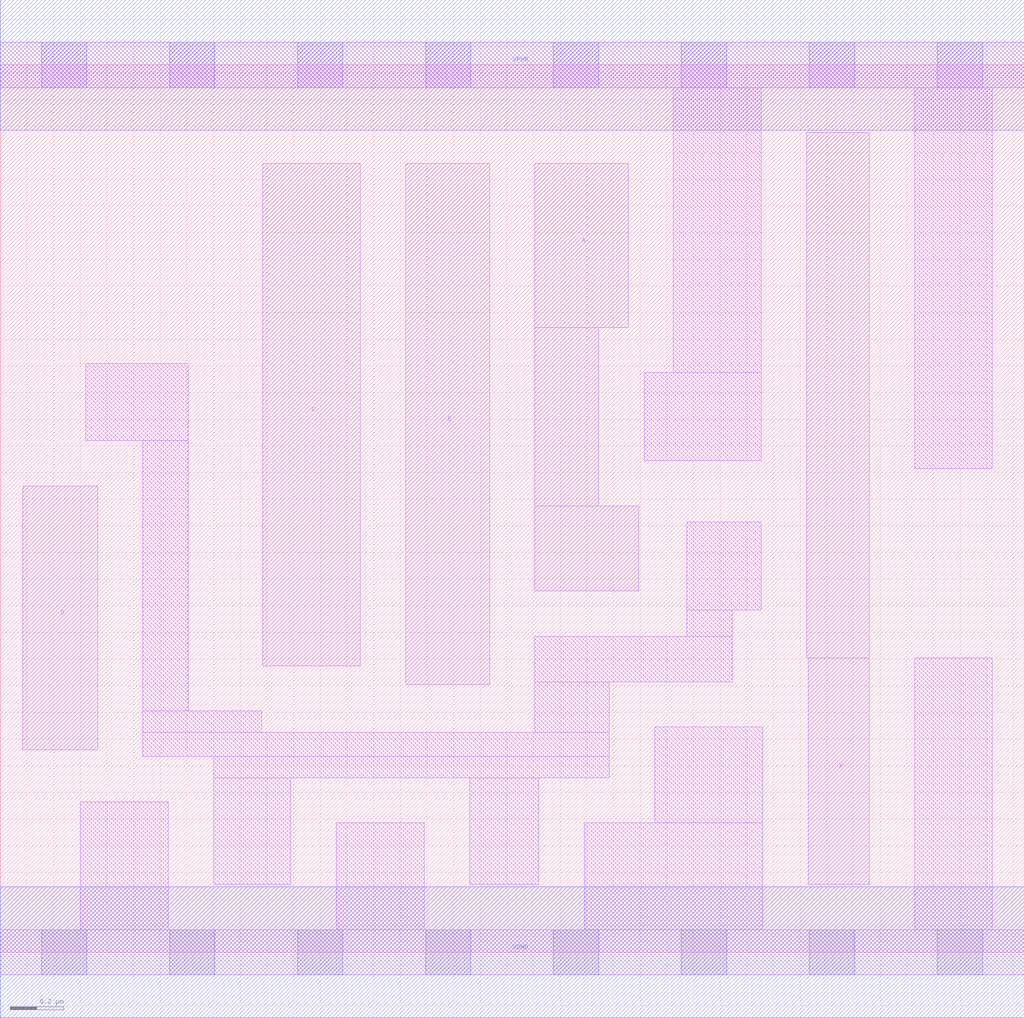
<source format=lef>
# Copyright 2020 The SkyWater PDK Authors
#
# Licensed under the Apache License, Version 2.0 (the "License");
# you may not use this file except in compliance with the License.
# You may obtain a copy of the License at
#
#     https://www.apache.org/licenses/LICENSE-2.0
#
# Unless required by applicable law or agreed to in writing, software
# distributed under the License is distributed on an "AS IS" BASIS,
# WITHOUT WARRANTIES OR CONDITIONS OF ANY KIND, either express or implied.
# See the License for the specific language governing permissions and
# limitations under the License.
#
# SPDX-License-Identifier: Apache-2.0

VERSION 5.7 ;
  NOWIREEXTENSIONATPIN ON ;
  DIVIDERCHAR "/" ;
  BUSBITCHARS "[]" ;
UNITS
  DATABASE MICRONS 200 ;
END UNITS
MACRO sky130_fd_sc_lp__or4_2
  CLASS CORE ;
  FOREIGN sky130_fd_sc_lp__or4_2 ;
  ORIGIN  0.000000  0.000000 ;
  SIZE  3.840000 BY  3.330000 ;
  SYMMETRY X Y R90 ;
  SITE unit ;
  PIN A
    ANTENNAGATEAREA  0.126000 ;
    DIRECTION INPUT ;
    USE SIGNAL ;
    PORT
      LAYER li1 ;
        RECT 2.005000 1.355000 2.395000 1.675000 ;
        RECT 2.005000 1.675000 2.245000 2.345000 ;
        RECT 2.005000 2.345000 2.355000 2.960000 ;
    END
  END A
  PIN B
    ANTENNAGATEAREA  0.126000 ;
    DIRECTION INPUT ;
    USE SIGNAL ;
    PORT
      LAYER li1 ;
        RECT 1.520000 1.005000 1.835000 2.960000 ;
    END
  END B
  PIN C
    ANTENNAGATEAREA  0.126000 ;
    DIRECTION INPUT ;
    USE SIGNAL ;
    PORT
      LAYER li1 ;
        RECT 0.985000 1.075000 1.350000 2.960000 ;
    END
  END C
  PIN D
    ANTENNAGATEAREA  0.126000 ;
    DIRECTION INPUT ;
    USE SIGNAL ;
    PORT
      LAYER li1 ;
        RECT 0.085000 0.760000 0.365000 1.750000 ;
    END
  END D
  PIN X
    ANTENNADIFFAREA  0.594300 ;
    DIRECTION OUTPUT ;
    USE SIGNAL ;
    PORT
      LAYER li1 ;
        RECT 3.025000 1.105000 3.260000 3.075000 ;
        RECT 3.030000 0.255000 3.260000 1.105000 ;
    END
  END X
  PIN VGND
    DIRECTION INOUT ;
    USE GROUND ;
    PORT
      LAYER met1 ;
        RECT 0.000000 -0.245000 3.840000 0.245000 ;
    END
  END VGND
  PIN VPWR
    DIRECTION INOUT ;
    USE POWER ;
    PORT
      LAYER met1 ;
        RECT 0.000000 3.085000 3.840000 3.575000 ;
    END
  END VPWR
  OBS
    LAYER li1 ;
      RECT 0.000000 -0.085000 3.840000 0.085000 ;
      RECT 0.000000  3.245000 3.840000 3.415000 ;
      RECT 0.300000  0.085000 0.630000 0.565000 ;
      RECT 0.320000  1.920000 0.705000 2.210000 ;
      RECT 0.535000  0.735000 2.285000 0.825000 ;
      RECT 0.535000  0.825000 0.980000 0.905000 ;
      RECT 0.535000  0.905000 0.705000 1.920000 ;
      RECT 0.800000  0.255000 1.090000 0.655000 ;
      RECT 0.800000  0.655000 2.285000 0.735000 ;
      RECT 1.260000  0.085000 1.590000 0.485000 ;
      RECT 1.760000  0.255000 2.020000 0.655000 ;
      RECT 2.005000  0.825000 2.285000 1.015000 ;
      RECT 2.005000  1.015000 2.745000 1.185000 ;
      RECT 2.190000  0.085000 2.860000 0.485000 ;
      RECT 2.415000  1.845000 2.855000 2.175000 ;
      RECT 2.455000  0.485000 2.860000 0.845000 ;
      RECT 2.525000  2.175000 2.855000 3.245000 ;
      RECT 2.575000  1.185000 2.745000 1.285000 ;
      RECT 2.575000  1.285000 2.855000 1.615000 ;
      RECT 3.430000  0.085000 3.720000 1.105000 ;
      RECT 3.430000  1.815000 3.720000 3.245000 ;
    LAYER mcon ;
      RECT 0.155000 -0.085000 0.325000 0.085000 ;
      RECT 0.155000  3.245000 0.325000 3.415000 ;
      RECT 0.635000 -0.085000 0.805000 0.085000 ;
      RECT 0.635000  3.245000 0.805000 3.415000 ;
      RECT 1.115000 -0.085000 1.285000 0.085000 ;
      RECT 1.115000  3.245000 1.285000 3.415000 ;
      RECT 1.595000 -0.085000 1.765000 0.085000 ;
      RECT 1.595000  3.245000 1.765000 3.415000 ;
      RECT 2.075000 -0.085000 2.245000 0.085000 ;
      RECT 2.075000  3.245000 2.245000 3.415000 ;
      RECT 2.555000 -0.085000 2.725000 0.085000 ;
      RECT 2.555000  3.245000 2.725000 3.415000 ;
      RECT 3.035000 -0.085000 3.205000 0.085000 ;
      RECT 3.035000  3.245000 3.205000 3.415000 ;
      RECT 3.515000 -0.085000 3.685000 0.085000 ;
      RECT 3.515000  3.245000 3.685000 3.415000 ;
  END
END sky130_fd_sc_lp__or4_2
END LIBRARY

</source>
